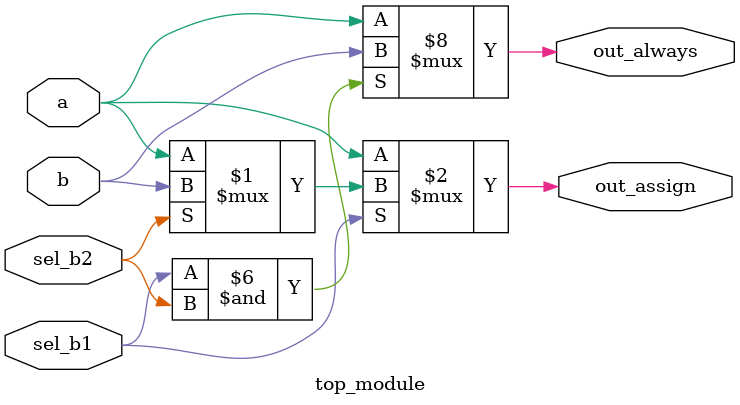
<source format=v>
module top_module(
    input a,
    input b,
    input sel_b1,
    input sel_b2,
    output wire out_assign,
    output reg out_always   ); 

    assign out_assign = sel_b1 ? (sel_b2 ? b : a ) : (a); 
    
    always @ (*) begin 
        if (sel_b1== 1 & sel_b2 == 1) begin 
            out_always = b; 
        end 
        else begin 
            out_always = a; 
        end 
    end
         
endmodule

</source>
